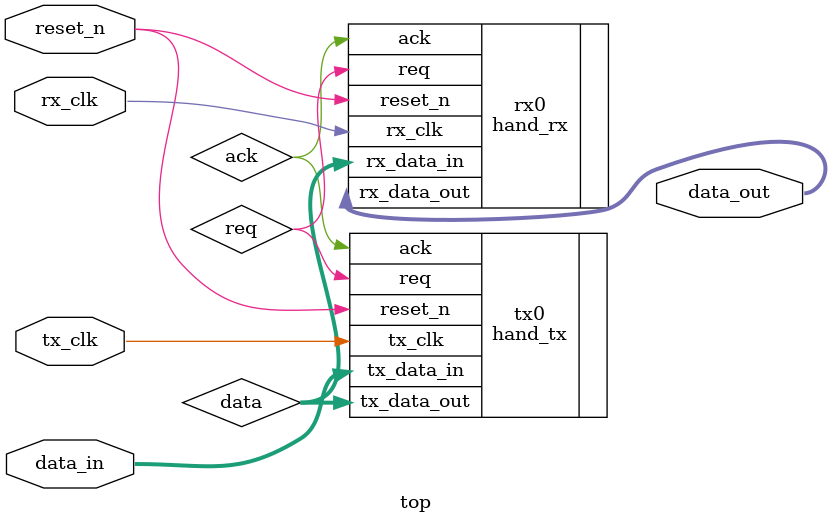
<source format=v>
module top(tx_clk,rx_clk,reset_n,data_in,data_out);
input       tx_clk;
input       rx_clk;
input       reset_n;
input  [7:0]data_in;
output [7:0]data_out;

wire req;
wire ack;
wire [7:0]data;

hand_tx tx0(
 .tx_clk     (tx_clk        ),
 .reset_n    (reset_n       ),
 .tx_data_in (data_in[7:0]  ),
 .ack        (ack           ),
 .tx_data_out(data[7:0]     ),
 .req        (req           )
);

hand_rx rx0(
 .rx_clk     (rx_clk      ),
 .reset_n    (reset_n     ),
 .req        (req         ),
 .rx_data_in (data[7:0]   ),
 .ack        (ack         ),
 .rx_data_out(data_out[7:0])
);


endmodule

</source>
